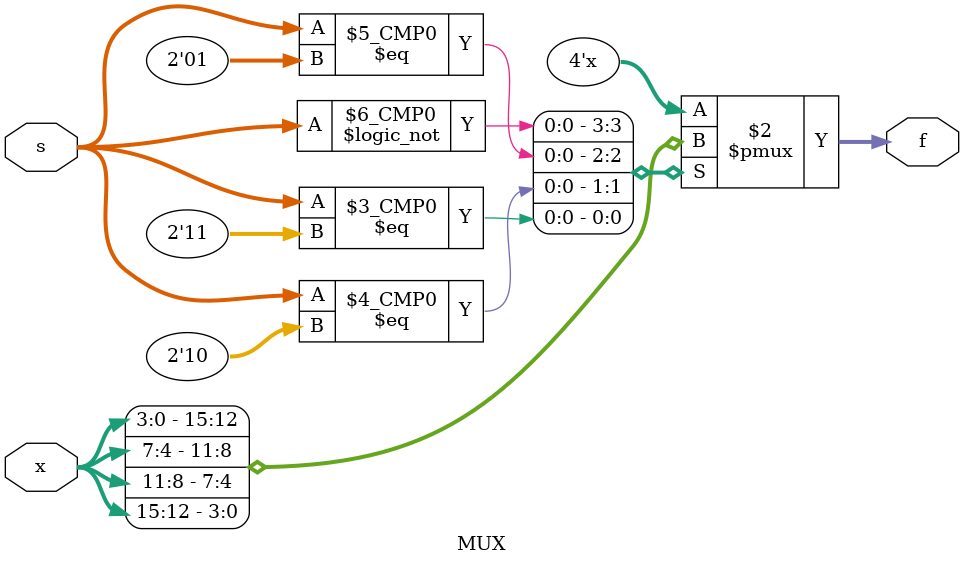
<source format=v>
module MUX(input [4*n-1:0]x, input[1:0]s, output reg [n-1:0]f);
	parameter n = 4;
	always@(x,s)
	begin
		case(s)
			2'b00: f = x[n-1:0];
			2'b01: f = x[2*n-1:n];
			2'b10: f = x[3*n-1:2*n];
			2'b11: f = x[4*n-1:3*n];
		endcase
	end
endmodule

</source>
